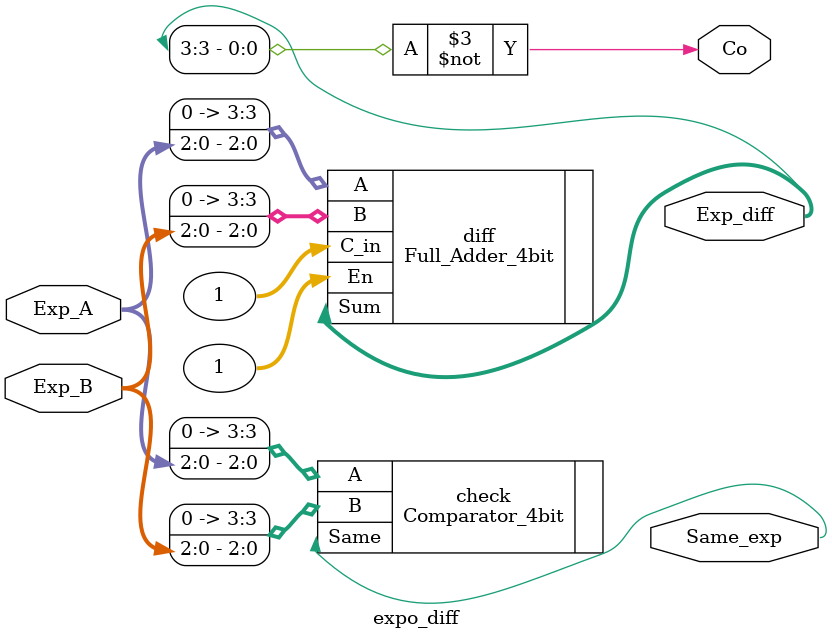
<source format=sv>
module expo_diff(
		input  logic [2:0] Exp_A, Exp_B,   // both are unsigned 
		output logic [3:0] Exp_diff,
		output logic Same_exp, Co     // C_out = 1, choose A (Exp_A > Exp_B)
);

// A and B are 3 bit unsigned number
// so we used a 4-bit full adder with an additional bit for the sign
Full_Adder_4bit  diff(.A({1'b0, Exp_A}), .B({1'b0, Exp_B}), .En(1), .C_in(1), .Sum(Exp_diff[3:0]) );

assign Co = ~Exp_diff[3];

Comparator_4bit 		check(.A({1'b0, Exp_A}), .B({1'b0, Exp_B}), .Same(Same_exp) );

endmodule



</source>
